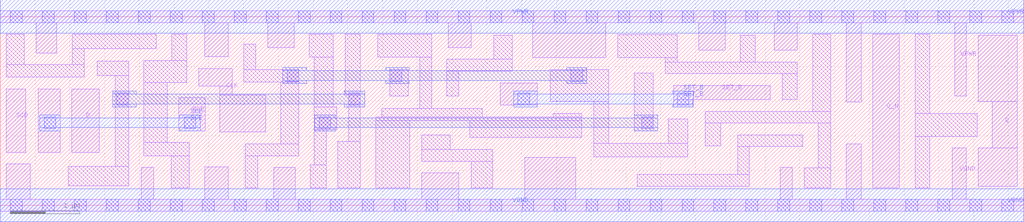
<source format=lef>
# Copyright 2020 The SkyWater PDK Authors
#
# Licensed under the Apache License, Version 2.0 (the "License");
# you may not use this file except in compliance with the License.
# You may obtain a copy of the License at
#
#     https://www.apache.org/licenses/LICENSE-2.0
#
# Unless required by applicable law or agreed to in writing, software
# distributed under the License is distributed on an "AS IS" BASIS,
# WITHOUT WARRANTIES OR CONDITIONS OF ANY KIND, either express or implied.
# See the License for the specific language governing permissions and
# limitations under the License.
#
# SPDX-License-Identifier: Apache-2.0

VERSION 5.7 ;
  NAMESCASESENSITIVE ON ;
  NOWIREEXTENSIONATPIN ON ;
  DIVIDERCHAR "/" ;
  BUSBITCHARS "[]" ;
UNITS
  DATABASE MICRONS 200 ;
END UNITS
PROPERTYDEFINITIONS
  MACRO maskLayoutSubType STRING ;
  MACRO prCellType STRING ;
  MACRO originalViewName STRING ;
END PROPERTYDEFINITIONS
MACRO sky130_fd_sc_hdll__sdfsbp_1
  CLASS CORE ;
  FOREIGN sky130_fd_sc_hdll__sdfsbp_1 ;
  ORIGIN  0.000000  0.000000 ;
  SIZE  14.72000 BY  2.720000 ;
  SYMMETRY X Y R90 ;
  SITE unithd ;
  PIN CLK
    ANTENNAGATEAREA  0.178200 ;
    DIRECTION INPUT ;
    USE SIGNAL ;
    PORT
      LAYER li1 ;
        RECT 2.855000 1.720000 3.335000 1.970000 ;
        RECT 3.155000 1.055000 3.815000 1.590000 ;
        RECT 3.155000 1.590000 3.335000 1.720000 ;
    END
  END CLK
  PIN D
    ANTENNAGATEAREA  0.178200 ;
    DIRECTION INPUT ;
    USE SIGNAL ;
    PORT
      LAYER li1 ;
        RECT 1.030000 0.765000 1.425000 1.675000 ;
    END
  END D
  PIN Q
    ANTENNADIFFAREA  0.439000 ;
    DIRECTION OUTPUT ;
    USE SIGNAL ;
    PORT
      LAYER li1 ;
        RECT 14.065000 0.275000 14.625000 0.825000 ;
        RECT 14.065000 1.495000 14.625000 2.450000 ;
        RECT 14.270000 0.825000 14.625000 1.495000 ;
    END
  END Q
  PIN Q_N
    ANTENNADIFFAREA  0.471500 ;
    DIRECTION OUTPUT ;
    USE SIGNAL ;
    PORT
      LAYER li1 ;
        RECT 12.550000 0.255000 12.930000 2.465000 ;
    END
  END Q_N
  PIN SCD
    ANTENNAGATEAREA  0.178200 ;
    DIRECTION INPUT ;
    USE SIGNAL ;
    PORT
      LAYER li1 ;
        RECT 0.085000 0.765000 0.365000 1.675000 ;
    END
  END SCD
  PIN SCE
    ANTENNAGATEAREA  0.356400 ;
    DIRECTION INPUT ;
    USE SIGNAL ;
    PORT
      LAYER li1 ;
        RECT 0.550000 0.765000 0.860000 1.675000 ;
        RECT 2.570000 1.075000 2.950000 1.550000 ;
      LAYER mcon ;
        RECT 0.630000 1.105000 0.800000 1.275000 ;
        RECT 2.645000 1.105000 2.815000 1.275000 ;
      LAYER met1 ;
        RECT 0.570000 1.075000 0.860000 1.120000 ;
        RECT 0.570000 1.120000 2.875000 1.260000 ;
        RECT 0.570000 1.260000 0.860000 1.305000 ;
        RECT 2.585000 1.075000 2.875000 1.120000 ;
        RECT 2.585000 1.260000 2.875000 1.305000 ;
    END
  END SCE
  PIN SET_B
    ANTENNAGATEAREA  0.277200 ;
    DIRECTION INPUT ;
    USE SIGNAL ;
    PORT
      LAYER li1 ;
        RECT 7.190000 1.445000  7.725000 1.765000 ;
        RECT 9.685000 1.415000  9.960000 1.525000 ;
        RECT 9.685000 1.525000 11.075000 1.725000 ;
      LAYER mcon ;
        RECT 7.445000 1.445000 7.615000 1.615000 ;
        RECT 9.735000 1.445000 9.905000 1.615000 ;
      LAYER met1 ;
        RECT 7.385000 1.415000 7.725000 1.460000 ;
        RECT 7.385000 1.460000 9.965000 1.600000 ;
        RECT 7.385000 1.600000 7.725000 1.645000 ;
        RECT 9.675000 1.415000 9.965000 1.460000 ;
        RECT 9.675000 1.600000 9.965000 1.645000 ;
    END
  END SET_B
  PIN VGND
    DIRECTION INOUT ;
    USE GROUND ;
    PORT
      LAYER li1 ;
        RECT  0.000000 -0.085000 14.720000 0.085000 ;
        RECT  0.085000  0.085000  0.430000 0.595000 ;
        RECT  2.025000  0.085000  2.205000 0.545000 ;
        RECT  2.940000  0.085000  3.280000 0.555000 ;
        RECT  3.930000  0.085000  4.240000 0.545000 ;
        RECT  6.060000  0.085000  6.595000 0.465000 ;
        RECT  7.540000  0.085000  8.275000 0.690000 ;
        RECT 11.220000  0.085000 11.390000 0.545000 ;
        RECT 12.170000  0.085000 12.380000 0.885000 ;
        RECT 13.690000  0.085000 13.895000 0.825000 ;
      LAYER mcon ;
        RECT  0.145000 -0.085000  0.315000 0.085000 ;
        RECT  0.605000 -0.085000  0.775000 0.085000 ;
        RECT  1.065000 -0.085000  1.235000 0.085000 ;
        RECT  1.525000 -0.085000  1.695000 0.085000 ;
        RECT  1.985000 -0.085000  2.155000 0.085000 ;
        RECT  2.445000 -0.085000  2.615000 0.085000 ;
        RECT  2.905000 -0.085000  3.075000 0.085000 ;
        RECT  3.365000 -0.085000  3.535000 0.085000 ;
        RECT  3.825000 -0.085000  3.995000 0.085000 ;
        RECT  4.285000 -0.085000  4.455000 0.085000 ;
        RECT  4.745000 -0.085000  4.915000 0.085000 ;
        RECT  5.205000 -0.085000  5.375000 0.085000 ;
        RECT  5.665000 -0.085000  5.835000 0.085000 ;
        RECT  6.125000 -0.085000  6.295000 0.085000 ;
        RECT  6.585000 -0.085000  6.755000 0.085000 ;
        RECT  7.045000 -0.085000  7.215000 0.085000 ;
        RECT  7.505000 -0.085000  7.675000 0.085000 ;
        RECT  7.965000 -0.085000  8.135000 0.085000 ;
        RECT  8.425000 -0.085000  8.595000 0.085000 ;
        RECT  8.885000 -0.085000  9.055000 0.085000 ;
        RECT  9.345000 -0.085000  9.515000 0.085000 ;
        RECT  9.805000 -0.085000  9.975000 0.085000 ;
        RECT 10.265000 -0.085000 10.435000 0.085000 ;
        RECT 10.725000 -0.085000 10.895000 0.085000 ;
        RECT 11.185000 -0.085000 11.355000 0.085000 ;
        RECT 11.645000 -0.085000 11.815000 0.085000 ;
        RECT 12.105000 -0.085000 12.275000 0.085000 ;
        RECT 12.565000 -0.085000 12.735000 0.085000 ;
        RECT 13.025000 -0.085000 13.195000 0.085000 ;
        RECT 13.485000 -0.085000 13.655000 0.085000 ;
        RECT 13.945000 -0.085000 14.115000 0.085000 ;
        RECT 14.405000 -0.085000 14.575000 0.085000 ;
      LAYER met1 ;
        RECT 0.000000 -0.240000 14.720000 0.240000 ;
    END
  END VGND
  PIN VPWR
    DIRECTION INOUT ;
    USE POWER ;
    PORT
      LAYER li1 ;
        RECT  0.000000 2.635000 14.720000 2.805000 ;
        RECT  0.515000 2.195000  0.815000 2.635000 ;
        RECT  2.940000 2.140000  3.280000 2.635000 ;
        RECT  3.845000 2.275000  4.225000 2.635000 ;
        RECT  6.445000 2.275000  6.775000 2.635000 ;
        RECT  7.655000 2.125000  8.710000 2.635000 ;
        RECT 10.045000 2.235000 10.425000 2.635000 ;
        RECT 11.135000 2.235000 11.465000 2.635000 ;
        RECT 12.170000 1.485000 12.380000 2.635000 ;
        RECT 13.725000 1.575000 13.895000 2.635000 ;
      LAYER mcon ;
        RECT  0.145000 2.635000  0.315000 2.805000 ;
        RECT  0.605000 2.635000  0.775000 2.805000 ;
        RECT  1.065000 2.635000  1.235000 2.805000 ;
        RECT  1.525000 2.635000  1.695000 2.805000 ;
        RECT  1.985000 2.635000  2.155000 2.805000 ;
        RECT  2.445000 2.635000  2.615000 2.805000 ;
        RECT  2.905000 2.635000  3.075000 2.805000 ;
        RECT  3.365000 2.635000  3.535000 2.805000 ;
        RECT  3.825000 2.635000  3.995000 2.805000 ;
        RECT  4.285000 2.635000  4.455000 2.805000 ;
        RECT  4.745000 2.635000  4.915000 2.805000 ;
        RECT  5.205000 2.635000  5.375000 2.805000 ;
        RECT  5.665000 2.635000  5.835000 2.805000 ;
        RECT  6.125000 2.635000  6.295000 2.805000 ;
        RECT  6.585000 2.635000  6.755000 2.805000 ;
        RECT  7.045000 2.635000  7.215000 2.805000 ;
        RECT  7.505000 2.635000  7.675000 2.805000 ;
        RECT  7.965000 2.635000  8.135000 2.805000 ;
        RECT  8.425000 2.635000  8.595000 2.805000 ;
        RECT  8.885000 2.635000  9.055000 2.805000 ;
        RECT  9.345000 2.635000  9.515000 2.805000 ;
        RECT  9.805000 2.635000  9.975000 2.805000 ;
        RECT 10.265000 2.635000 10.435000 2.805000 ;
        RECT 10.725000 2.635000 10.895000 2.805000 ;
        RECT 11.185000 2.635000 11.355000 2.805000 ;
        RECT 11.645000 2.635000 11.815000 2.805000 ;
        RECT 12.105000 2.635000 12.275000 2.805000 ;
        RECT 12.565000 2.635000 12.735000 2.805000 ;
        RECT 13.025000 2.635000 13.195000 2.805000 ;
        RECT 13.485000 2.635000 13.655000 2.805000 ;
        RECT 13.945000 2.635000 14.115000 2.805000 ;
        RECT 14.405000 2.635000 14.575000 2.805000 ;
      LAYER met1 ;
        RECT 0.000000 2.480000 14.720000 2.960000 ;
    END
  END VPWR
  OBS
    LAYER li1 ;
      RECT  0.085000 1.845000  1.205000 2.025000 ;
      RECT  0.085000 2.025000  0.345000 2.465000 ;
      RECT  0.975000 0.280000  1.845000 0.560000 ;
      RECT  1.035000 2.025000  1.205000 2.255000 ;
      RECT  1.035000 2.255000  2.245000 2.465000 ;
      RECT  1.395000 1.870000  1.845000 2.075000 ;
      RECT  1.655000 0.560000  1.845000 1.870000 ;
      RECT  2.065000 0.715000  2.715000 0.905000 ;
      RECT  2.065000 0.905000  2.400000 1.770000 ;
      RECT  2.065000 1.770000  2.685000 2.085000 ;
      RECT  2.460000 0.255000  2.715000 0.715000 ;
      RECT  2.470000 2.085000  2.685000 2.465000 ;
      RECT  3.505000 1.775000  4.295000 1.955000 ;
      RECT  3.505000 1.955000  3.675000 2.325000 ;
      RECT  3.520000 0.255000  3.705000 0.715000 ;
      RECT  3.520000 0.715000  4.295000 0.885000 ;
      RECT  4.035000 0.885000  4.295000 1.775000 ;
      RECT  4.445000 2.135000  4.790000 2.465000 ;
      RECT  4.460000 0.255000  4.685000 0.585000 ;
      RECT  4.515000 0.585000  4.685000 1.090000 ;
      RECT  4.515000 1.090000  4.840000 1.420000 ;
      RECT  4.515000 1.420000  4.790000 2.135000 ;
      RECT  4.855000 0.255000  5.180000 0.920000 ;
      RECT  4.960000 1.590000  5.180000 2.465000 ;
      RECT  5.010000 0.920000  5.180000 1.590000 ;
      RECT  5.400000 0.255000  5.890000 1.225000 ;
      RECT  5.400000 1.225000  8.360000 1.275000 ;
      RECT  5.430000 2.135000  6.205000 2.465000 ;
      RECT  5.485000 1.275000  6.935000 1.395000 ;
      RECT  5.605000 1.575000  5.865000 1.955000 ;
      RECT  6.035000 1.395000  6.205000 2.135000 ;
      RECT  6.060000 0.635000  7.085000 0.805000 ;
      RECT  6.060000 0.805000  6.475000 1.015000 ;
      RECT  6.425000 1.575000  6.595000 1.935000 ;
      RECT  6.425000 1.935000  7.365000 2.105000 ;
      RECT  6.750000 0.975000  8.360000 1.225000 ;
      RECT  6.775000 0.255000  7.085000 0.635000 ;
      RECT  7.100000 2.105000  7.365000 2.450000 ;
      RECT  7.910000 1.495000  8.755000 1.955000 ;
      RECT  7.950000 1.275000  8.360000 1.325000 ;
      RECT  8.535000 0.695000  9.890000 0.895000 ;
      RECT  8.535000 0.895000  8.755000 1.495000 ;
      RECT  8.880000 2.125000  9.735000 2.460000 ;
      RECT  9.115000 1.075000  9.395000 1.905000 ;
      RECT  9.160000 0.275000 10.775000 0.445000 ;
      RECT  9.565000 1.895000 11.465000 2.065000 ;
      RECT  9.565000 2.065000  9.735000 2.125000 ;
      RECT  9.610000 0.895000  9.890000 1.245000 ;
      RECT 10.140000 0.855000 10.365000 1.185000 ;
      RECT 10.140000 1.185000 11.945000 1.355000 ;
      RECT 10.605000 0.445000 10.775000 0.845000 ;
      RECT 10.605000 0.845000 11.545000 1.015000 ;
      RECT 10.645000 2.065000 10.860000 2.450000 ;
      RECT 11.245000 1.525000 11.465000 1.895000 ;
      RECT 11.560000 0.255000 11.945000 0.540000 ;
      RECT 11.685000 1.355000 11.945000 2.465000 ;
      RECT 11.765000 0.540000 11.945000 1.185000 ;
      RECT 13.160000 0.255000 13.370000 0.995000 ;
      RECT 13.160000 0.995000 14.050000 1.325000 ;
      RECT 13.160000 1.325000 13.370000 2.465000 ;
    LAYER mcon ;
      RECT 1.675000 1.445000 1.845000 1.615000 ;
      RECT 4.125000 1.785000 4.295000 1.955000 ;
      RECT 4.585000 1.105000 4.755000 1.275000 ;
      RECT 5.010000 1.445000 5.180000 1.615000 ;
      RECT 5.605000 1.785000 5.775000 1.955000 ;
      RECT 8.205000 1.785000 8.375000 1.955000 ;
      RECT 9.225000 1.105000 9.395000 1.275000 ;
    LAYER met1 ;
      RECT 1.615000 1.415000 1.955000 1.460000 ;
      RECT 1.615000 1.460000 5.240000 1.600000 ;
      RECT 1.615000 1.600000 1.955000 1.645000 ;
      RECT 4.065000 1.755000 4.405000 1.800000 ;
      RECT 4.065000 1.800000 8.435000 1.940000 ;
      RECT 4.065000 1.940000 4.405000 1.985000 ;
      RECT 4.525000 1.075000 4.815000 1.120000 ;
      RECT 4.525000 1.120000 9.455000 1.260000 ;
      RECT 4.525000 1.260000 4.815000 1.305000 ;
      RECT 4.950000 1.415000 5.240000 1.460000 ;
      RECT 4.950000 1.600000 5.240000 1.645000 ;
      RECT 5.545000 1.755000 5.885000 1.800000 ;
      RECT 5.545000 1.940000 5.885000 1.985000 ;
      RECT 8.145000 1.755000 8.435000 1.800000 ;
      RECT 8.145000 1.940000 8.435000 1.985000 ;
      RECT 9.115000 1.075000 9.455000 1.120000 ;
      RECT 9.115000 1.260000 9.455000 1.305000 ;
  END
  PROPERTY maskLayoutSubType "abstract" ;
  PROPERTY prCellType "standard" ;
  PROPERTY originalViewName "layout" ;
END sky130_fd_sc_hdll__sdfsbp_1

</source>
